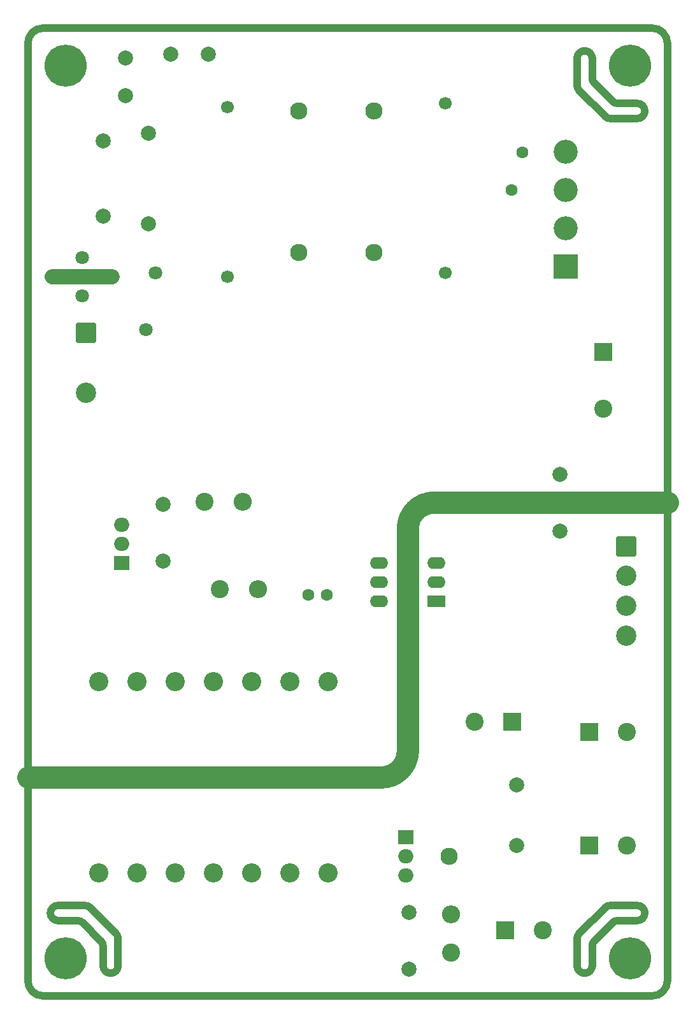
<source format=gbr>
%TF.GenerationSoftware,KiCad,Pcbnew,8.99.0-984-gafcdfd85a7*%
%TF.CreationDate,2024-06-08T13:09:11+02:00*%
%TF.ProjectId,ACDC120V24,41434443-3132-4305-9632-342e6b696361,rev?*%
%TF.SameCoordinates,Original*%
%TF.FileFunction,Soldermask,Bot*%
%TF.FilePolarity,Negative*%
%FSLAX46Y46*%
G04 Gerber Fmt 4.6, Leading zero omitted, Abs format (unit mm)*
G04 Created by KiCad (PCBNEW 8.99.0-984-gafcdfd85a7) date 2024-06-08 13:09:11*
%MOMM*%
%LPD*%
G01*
G04 APERTURE LIST*
G04 Aperture macros list*
%AMRoundRect*
0 Rectangle with rounded corners*
0 $1 Rounding radius*
0 $2 $3 $4 $5 $6 $7 $8 $9 X,Y pos of 4 corners*
0 Add a 4 corners polygon primitive as box body*
4,1,4,$2,$3,$4,$5,$6,$7,$8,$9,$2,$3,0*
0 Add four circle primitives for the rounded corners*
1,1,$1+$1,$2,$3*
1,1,$1+$1,$4,$5*
1,1,$1+$1,$6,$7*
1,1,$1+$1,$8,$9*
0 Add four rect primitives between the rounded corners*
20,1,$1+$1,$2,$3,$4,$5,0*
20,1,$1+$1,$4,$5,$6,$7,0*
20,1,$1+$1,$6,$7,$8,$9,0*
20,1,$1+$1,$8,$9,$2,$3,0*%
G04 Aperture macros list end*
%ADD10C,1.000000*%
%ADD11C,3.000000*%
%ADD12C,2.000000*%
%ADD13C,2.400000*%
%ADD14O,2.400000X2.400000*%
%ADD15C,3.600000*%
%ADD16C,5.600000*%
%ADD17R,3.200000X3.200000*%
%ADD18C,3.200000*%
%ADD19C,2.550000*%
%ADD20C,1.800000*%
%ADD21C,2.000000*%
%ADD22R,2.400000X2.400000*%
%ADD23C,1.700000*%
%ADD24R,2.400000X1.600000*%
%ADD25O,2.400000X1.600000*%
%ADD26C,1.600000*%
%ADD27C,2.300000*%
%ADD28RoundRect,0.250001X-1.099999X1.099999X-1.099999X-1.099999X1.099999X-1.099999X1.099999X1.099999X0*%
%ADD29C,2.700000*%
%ADD30R,2.000000X1.905000*%
%ADD31O,2.000000X1.905000*%
G04 APERTURE END LIST*
D10*
X107185000Y-159561000D02*
X107185000Y-159561000D01*
X37185000Y-152561000D02*
X39770786Y-152561000D01*
X40477893Y-152853893D02*
X42892107Y-155268107D01*
X108185000Y-40646786D02*
X108185000Y-38061000D01*
X40770786Y-150561000D02*
G75*
G02*
X41477879Y-150853907I14J-999900D01*
G01*
X108185000Y-158561000D02*
X108185000Y-155975214D01*
X107185000Y-37061000D02*
G75*
G02*
X108185000Y-38061000I0J-1000000D01*
G01*
X40770786Y-150561000D02*
X37185000Y-150561000D01*
X110892107Y-152853893D02*
G75*
G02*
X111599214Y-152561027I707193J-707407D01*
G01*
X44892107Y-154268107D02*
X41477893Y-150853893D01*
X106477893Y-42353893D02*
X109892107Y-45768107D01*
X107185000Y-159561000D02*
G75*
G02*
X106185000Y-158561000I0J1000000D01*
G01*
D11*
X87185000Y-97061000D02*
X118185000Y-97061000D01*
D10*
X111599214Y-44061000D02*
G75*
G02*
X110892121Y-43768093I-14J999900D01*
G01*
X106185000Y-154975214D02*
X106185000Y-158561000D01*
D11*
X83685000Y-130061000D02*
G75*
G02*
X80185000Y-133561000I-3500000J0D01*
G01*
D10*
X109892107Y-150853893D02*
X106477893Y-154268107D01*
X33185000Y-36061000D02*
G75*
G02*
X35185000Y-34061000I2000000J0D01*
G01*
X45185000Y-158561000D02*
G75*
G02*
X44185000Y-159561000I-1000000J0D01*
G01*
X36185000Y-151561000D02*
X36185000Y-151561000D01*
X108185000Y-155975214D02*
G75*
G02*
X108477907Y-155268121I999900J14D01*
G01*
X44892107Y-154268107D02*
G75*
G02*
X45184973Y-154975214I-707407J-707193D01*
G01*
X37185000Y-152561000D02*
G75*
G02*
X36185000Y-151561000I0J1000000D01*
G01*
X109892107Y-150853893D02*
G75*
G02*
X110599214Y-150561039I707093J-707207D01*
G01*
X118185000Y-160561000D02*
G75*
G02*
X116185000Y-162561000I-2000000J0D01*
G01*
X115185000Y-45061000D02*
X115185000Y-45061000D01*
X110599214Y-46061000D02*
X114185000Y-46061000D01*
X44185000Y-159561000D02*
G75*
G02*
X43185000Y-158561000I0J1000000D01*
G01*
D11*
X83685000Y-100561000D02*
G75*
G02*
X87185000Y-97061000I3500000J0D01*
G01*
D10*
X110599214Y-46061000D02*
G75*
G02*
X109892121Y-45768093I-14J999900D01*
G01*
X106477893Y-42353893D02*
G75*
G02*
X106185027Y-41646786I707407J707193D01*
G01*
D11*
X83685000Y-100561000D02*
X83685000Y-130061000D01*
D10*
X106185000Y-38061000D02*
X106185000Y-41646786D01*
X106185000Y-154975214D02*
G75*
G02*
X106477886Y-154268100I1000000J14D01*
G01*
X108477893Y-41353893D02*
G75*
G02*
X108185027Y-40646786I707407J707193D01*
G01*
X108477893Y-155268107D02*
X110892107Y-152853893D01*
X115185000Y-45061000D02*
G75*
G02*
X114185000Y-46061000I-1000000J0D01*
G01*
X35185000Y-34061000D02*
X116185000Y-34061000D01*
X36185000Y-151561000D02*
G75*
G02*
X37185000Y-150561000I1000000J0D01*
G01*
X114185000Y-44061000D02*
G75*
G02*
X115185000Y-45061000I0J-1000000D01*
G01*
X114185000Y-150561000D02*
G75*
G02*
X115185000Y-151561000I0J-1000000D01*
G01*
X111599214Y-152561000D02*
X114185000Y-152561000D01*
X115185000Y-151561000D02*
G75*
G02*
X114185000Y-152561000I-1000000J0D01*
G01*
X118185000Y-36061000D02*
X118185000Y-160561000D01*
D11*
X33185000Y-133561000D02*
X80185000Y-133561000D01*
D10*
X42892107Y-155268107D02*
G75*
G02*
X43184973Y-155975214I-707407J-707193D01*
G01*
X114185000Y-44061000D02*
X111599214Y-44061000D01*
X107185000Y-37061000D02*
X107185000Y-37061000D01*
X43185000Y-155975214D02*
X43185000Y-158561000D01*
X33185000Y-160561000D02*
X33185000Y-36061000D01*
X116185000Y-34061000D02*
G75*
G02*
X118185000Y-36061000I0J-2000000D01*
G01*
X110892107Y-43768107D02*
X108477893Y-41353893D01*
X39770786Y-152561000D02*
G75*
G02*
X40477879Y-152853907I14J-999900D01*
G01*
X115185000Y-151561000D02*
X115185000Y-151561000D01*
X114185000Y-150561000D02*
X110599214Y-150561000D01*
X116185000Y-162561000D02*
X35185000Y-162561000D01*
X44185000Y-159561000D02*
X44185000Y-159561000D01*
X106185000Y-38061000D02*
G75*
G02*
X107185000Y-37061000I1000000J0D01*
G01*
X108185000Y-158561000D02*
G75*
G02*
X107185000Y-159561000I-1000000J0D01*
G01*
D12*
X36385000Y-67061000D02*
X44385000Y-67061000D01*
D10*
X45185000Y-158561000D02*
X45185000Y-154975214D01*
X35185000Y-162561000D02*
G75*
G02*
X33185000Y-160561000I0J2000000D01*
G01*
D13*
%TO.C,R23*%
X56695000Y-96961000D03*
D14*
X61775000Y-96961000D03*
%TD*%
D15*
%TO.C,H2*%
X113185000Y-157561000D03*
D16*
X113185000Y-157561000D03*
%TD*%
D17*
%TO.C,D6*%
X104685000Y-65721000D03*
D18*
X104685000Y-60641000D03*
X104685000Y-55561000D03*
X104685000Y-50481000D03*
%TD*%
D19*
%TO.C,TR1*%
X73102000Y-120857000D03*
X68022000Y-120857000D03*
X62942000Y-120857000D03*
X57862000Y-120857000D03*
X52782000Y-120857000D03*
X47702000Y-120857000D03*
X42622000Y-120857000D03*
X42622000Y-146257000D03*
X47702000Y-146257000D03*
X52782000Y-146257000D03*
X57862000Y-146257000D03*
X62942000Y-146257000D03*
X68022000Y-146257000D03*
X73102000Y-146257000D03*
%TD*%
D20*
%TO.C,F1*%
X40385000Y-69601000D03*
X40385000Y-64521000D03*
%TD*%
%TO.C,RV1*%
X50185000Y-66561000D03*
X48885000Y-74061000D03*
%TD*%
D21*
%TO.C,SW1*%
X43185000Y-49061000D03*
X49185000Y-48061000D03*
X43185000Y-59061000D03*
X49185000Y-60061000D03*
%TD*%
%TO.C,C12*%
X103935000Y-100811000D03*
X103935000Y-93311000D03*
%TD*%
%TO.C,C29*%
X83835000Y-159011000D03*
X83835000Y-151511000D03*
%TD*%
D22*
%TO.C,C26*%
X96598541Y-153861000D03*
D13*
X101598541Y-153861000D03*
%TD*%
D23*
%TO.C,C7*%
X59685000Y-44561000D03*
X59685000Y-67061000D03*
%TD*%
D22*
%TO.C,C25*%
X107798541Y-142561000D03*
D13*
X112798541Y-142561000D03*
%TD*%
D24*
%TO.C,U2*%
X87510000Y-110186000D03*
D25*
X87510000Y-107646000D03*
X87510000Y-105106000D03*
X79890000Y-105106000D03*
X79890000Y-107646000D03*
X79890000Y-110186000D03*
%TD*%
D23*
%TO.C,C11*%
X88685000Y-44061000D03*
X88685000Y-66561000D03*
%TD*%
D22*
%TO.C,C16*%
X109685000Y-77061000D03*
D13*
X109685000Y-84561000D03*
%TD*%
D26*
%TO.C,C6*%
X70435000Y-109311000D03*
X72935000Y-109311000D03*
%TD*%
D13*
%TO.C,R22*%
X58685000Y-108561000D03*
D14*
X63765000Y-108561000D03*
%TD*%
D22*
%TO.C,C24*%
X97571459Y-126174541D03*
D13*
X92571459Y-126174541D03*
%TD*%
D27*
%TO.C,FL1*%
X69185000Y-63811000D03*
X79185000Y-63811000D03*
X69185000Y-45061000D03*
X79185000Y-45061000D03*
%TD*%
D15*
%TO.C,H4*%
X113185000Y-39061000D03*
D16*
X113185000Y-39061000D03*
%TD*%
D21*
%TO.C,C9*%
X46185000Y-43061000D03*
X46185000Y-38061000D03*
%TD*%
D13*
%TO.C,R24*%
X89435000Y-156791000D03*
D14*
X89435000Y-151711000D03*
%TD*%
D26*
%TO.C,TH1*%
X97435000Y-55561000D03*
X98935000Y-50561000D03*
%TD*%
D28*
%TO.C,J1*%
X40935000Y-74561000D03*
D29*
X40935000Y-82481000D03*
%TD*%
D21*
%TO.C,C8*%
X57185000Y-37561000D03*
X52185000Y-37561000D03*
%TD*%
D28*
%TO.C,J2*%
X112685000Y-102843500D03*
D29*
X112685000Y-106803500D03*
X112685000Y-110763500D03*
X112685000Y-114723500D03*
%TD*%
D21*
%TO.C,C22*%
X51185000Y-104811000D03*
X51185000Y-97311000D03*
%TD*%
D30*
%TO.C,D8*%
X83437000Y-141484000D03*
D31*
X83437000Y-144024000D03*
X83437000Y-146564000D03*
%TD*%
D27*
%TO.C,HS2*%
X89185000Y-144061000D03*
%TD*%
D15*
%TO.C,H3*%
X38185000Y-157561000D03*
D16*
X38185000Y-157561000D03*
%TD*%
D22*
%TO.C,C23*%
X107798541Y-127561000D03*
D13*
X112798541Y-127561000D03*
%TD*%
D21*
%TO.C,L1*%
X98185000Y-134561000D03*
X98185000Y-142561000D03*
%TD*%
D30*
%TO.C,Q1*%
X45685000Y-105101000D03*
D31*
X45685000Y-102561000D03*
X45685000Y-100021000D03*
%TD*%
D15*
%TO.C,H1*%
X38185000Y-39061000D03*
D16*
X38185000Y-39061000D03*
%TD*%
M02*

</source>
